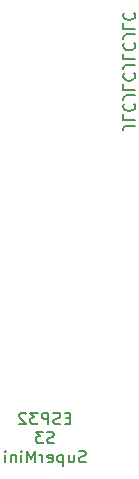
<source format=gbr>
%TF.GenerationSoftware,KiCad,Pcbnew,9.0.6*%
%TF.CreationDate,2025-11-16T14:16:20+11:00*%
%TF.ProjectId,TaikoPcb,5461696b-6f50-4636-922e-6b696361645f,rev?*%
%TF.SameCoordinates,Original*%
%TF.FileFunction,Legend,Bot*%
%TF.FilePolarity,Positive*%
%FSLAX46Y46*%
G04 Gerber Fmt 4.6, Leading zero omitted, Abs format (unit mm)*
G04 Created by KiCad (PCBNEW 9.0.6) date 2025-11-16 14:16:20*
%MOMM*%
%LPD*%
G01*
G04 APERTURE LIST*
%ADD10C,0.200000*%
G04 APERTURE END LIST*
D10*
X173632780Y-43844612D02*
X172918495Y-43844612D01*
X172918495Y-43844612D02*
X172775638Y-43892231D01*
X172775638Y-43892231D02*
X172680400Y-43987469D01*
X172680400Y-43987469D02*
X172632780Y-44130326D01*
X172632780Y-44130326D02*
X172632780Y-44225564D01*
X172632780Y-42892231D02*
X172632780Y-43368421D01*
X172632780Y-43368421D02*
X173632780Y-43368421D01*
X172728019Y-41987469D02*
X172680400Y-42035088D01*
X172680400Y-42035088D02*
X172632780Y-42177945D01*
X172632780Y-42177945D02*
X172632780Y-42273183D01*
X172632780Y-42273183D02*
X172680400Y-42416040D01*
X172680400Y-42416040D02*
X172775638Y-42511278D01*
X172775638Y-42511278D02*
X172870876Y-42558897D01*
X172870876Y-42558897D02*
X173061352Y-42606516D01*
X173061352Y-42606516D02*
X173204209Y-42606516D01*
X173204209Y-42606516D02*
X173394685Y-42558897D01*
X173394685Y-42558897D02*
X173489923Y-42511278D01*
X173489923Y-42511278D02*
X173585161Y-42416040D01*
X173585161Y-42416040D02*
X173632780Y-42273183D01*
X173632780Y-42273183D02*
X173632780Y-42177945D01*
X173632780Y-42177945D02*
X173585161Y-42035088D01*
X173585161Y-42035088D02*
X173537542Y-41987469D01*
X173632780Y-41273183D02*
X172918495Y-41273183D01*
X172918495Y-41273183D02*
X172775638Y-41320802D01*
X172775638Y-41320802D02*
X172680400Y-41416040D01*
X172680400Y-41416040D02*
X172632780Y-41558897D01*
X172632780Y-41558897D02*
X172632780Y-41654135D01*
X172632780Y-40320802D02*
X172632780Y-40796992D01*
X172632780Y-40796992D02*
X173632780Y-40796992D01*
X172728019Y-39416040D02*
X172680400Y-39463659D01*
X172680400Y-39463659D02*
X172632780Y-39606516D01*
X172632780Y-39606516D02*
X172632780Y-39701754D01*
X172632780Y-39701754D02*
X172680400Y-39844611D01*
X172680400Y-39844611D02*
X172775638Y-39939849D01*
X172775638Y-39939849D02*
X172870876Y-39987468D01*
X172870876Y-39987468D02*
X173061352Y-40035087D01*
X173061352Y-40035087D02*
X173204209Y-40035087D01*
X173204209Y-40035087D02*
X173394685Y-39987468D01*
X173394685Y-39987468D02*
X173489923Y-39939849D01*
X173489923Y-39939849D02*
X173585161Y-39844611D01*
X173585161Y-39844611D02*
X173632780Y-39701754D01*
X173632780Y-39701754D02*
X173632780Y-39606516D01*
X173632780Y-39606516D02*
X173585161Y-39463659D01*
X173585161Y-39463659D02*
X173537542Y-39416040D01*
X173632780Y-38701754D02*
X172918495Y-38701754D01*
X172918495Y-38701754D02*
X172775638Y-38749373D01*
X172775638Y-38749373D02*
X172680400Y-38844611D01*
X172680400Y-38844611D02*
X172632780Y-38987468D01*
X172632780Y-38987468D02*
X172632780Y-39082706D01*
X172632780Y-37749373D02*
X172632780Y-38225563D01*
X172632780Y-38225563D02*
X173632780Y-38225563D01*
X172728019Y-36844611D02*
X172680400Y-36892230D01*
X172680400Y-36892230D02*
X172632780Y-37035087D01*
X172632780Y-37035087D02*
X172632780Y-37130325D01*
X172632780Y-37130325D02*
X172680400Y-37273182D01*
X172680400Y-37273182D02*
X172775638Y-37368420D01*
X172775638Y-37368420D02*
X172870876Y-37416039D01*
X172870876Y-37416039D02*
X173061352Y-37463658D01*
X173061352Y-37463658D02*
X173204209Y-37463658D01*
X173204209Y-37463658D02*
X173394685Y-37416039D01*
X173394685Y-37416039D02*
X173489923Y-37368420D01*
X173489923Y-37368420D02*
X173585161Y-37273182D01*
X173585161Y-37273182D02*
X173632780Y-37130325D01*
X173632780Y-37130325D02*
X173632780Y-37035087D01*
X173632780Y-37035087D02*
X173585161Y-36892230D01*
X173585161Y-36892230D02*
X173537542Y-36844611D01*
X173632780Y-36130325D02*
X172918495Y-36130325D01*
X172918495Y-36130325D02*
X172775638Y-36177944D01*
X172775638Y-36177944D02*
X172680400Y-36273182D01*
X172680400Y-36273182D02*
X172632780Y-36416039D01*
X172632780Y-36416039D02*
X172632780Y-36511277D01*
X172632780Y-35177944D02*
X172632780Y-35654134D01*
X172632780Y-35654134D02*
X173632780Y-35654134D01*
X172728019Y-34273182D02*
X172680400Y-34320801D01*
X172680400Y-34320801D02*
X172632780Y-34463658D01*
X172632780Y-34463658D02*
X172632780Y-34558896D01*
X172632780Y-34558896D02*
X172680400Y-34701753D01*
X172680400Y-34701753D02*
X172775638Y-34796991D01*
X172775638Y-34796991D02*
X172870876Y-34844610D01*
X172870876Y-34844610D02*
X173061352Y-34892229D01*
X173061352Y-34892229D02*
X173204209Y-34892229D01*
X173204209Y-34892229D02*
X173394685Y-34844610D01*
X173394685Y-34844610D02*
X173489923Y-34796991D01*
X173489923Y-34796991D02*
X173585161Y-34701753D01*
X173585161Y-34701753D02*
X173632780Y-34558896D01*
X173632780Y-34558896D02*
X173632780Y-34463658D01*
X173632780Y-34463658D02*
X173585161Y-34320801D01*
X173585161Y-34320801D02*
X173537542Y-34273182D01*
X168142856Y-68623521D02*
X167809523Y-68623521D01*
X167666666Y-69147331D02*
X168142856Y-69147331D01*
X168142856Y-69147331D02*
X168142856Y-68147331D01*
X168142856Y-68147331D02*
X167666666Y-68147331D01*
X167285713Y-69099712D02*
X167142856Y-69147331D01*
X167142856Y-69147331D02*
X166904761Y-69147331D01*
X166904761Y-69147331D02*
X166809523Y-69099712D01*
X166809523Y-69099712D02*
X166761904Y-69052092D01*
X166761904Y-69052092D02*
X166714285Y-68956854D01*
X166714285Y-68956854D02*
X166714285Y-68861616D01*
X166714285Y-68861616D02*
X166761904Y-68766378D01*
X166761904Y-68766378D02*
X166809523Y-68718759D01*
X166809523Y-68718759D02*
X166904761Y-68671140D01*
X166904761Y-68671140D02*
X167095237Y-68623521D01*
X167095237Y-68623521D02*
X167190475Y-68575902D01*
X167190475Y-68575902D02*
X167238094Y-68528283D01*
X167238094Y-68528283D02*
X167285713Y-68433045D01*
X167285713Y-68433045D02*
X167285713Y-68337807D01*
X167285713Y-68337807D02*
X167238094Y-68242569D01*
X167238094Y-68242569D02*
X167190475Y-68194950D01*
X167190475Y-68194950D02*
X167095237Y-68147331D01*
X167095237Y-68147331D02*
X166857142Y-68147331D01*
X166857142Y-68147331D02*
X166714285Y-68194950D01*
X166285713Y-69147331D02*
X166285713Y-68147331D01*
X166285713Y-68147331D02*
X165904761Y-68147331D01*
X165904761Y-68147331D02*
X165809523Y-68194950D01*
X165809523Y-68194950D02*
X165761904Y-68242569D01*
X165761904Y-68242569D02*
X165714285Y-68337807D01*
X165714285Y-68337807D02*
X165714285Y-68480664D01*
X165714285Y-68480664D02*
X165761904Y-68575902D01*
X165761904Y-68575902D02*
X165809523Y-68623521D01*
X165809523Y-68623521D02*
X165904761Y-68671140D01*
X165904761Y-68671140D02*
X166285713Y-68671140D01*
X165380951Y-68147331D02*
X164761904Y-68147331D01*
X164761904Y-68147331D02*
X165095237Y-68528283D01*
X165095237Y-68528283D02*
X164952380Y-68528283D01*
X164952380Y-68528283D02*
X164857142Y-68575902D01*
X164857142Y-68575902D02*
X164809523Y-68623521D01*
X164809523Y-68623521D02*
X164761904Y-68718759D01*
X164761904Y-68718759D02*
X164761904Y-68956854D01*
X164761904Y-68956854D02*
X164809523Y-69052092D01*
X164809523Y-69052092D02*
X164857142Y-69099712D01*
X164857142Y-69099712D02*
X164952380Y-69147331D01*
X164952380Y-69147331D02*
X165238094Y-69147331D01*
X165238094Y-69147331D02*
X165333332Y-69099712D01*
X165333332Y-69099712D02*
X165380951Y-69052092D01*
X164380951Y-68242569D02*
X164333332Y-68194950D01*
X164333332Y-68194950D02*
X164238094Y-68147331D01*
X164238094Y-68147331D02*
X163999999Y-68147331D01*
X163999999Y-68147331D02*
X163904761Y-68194950D01*
X163904761Y-68194950D02*
X163857142Y-68242569D01*
X163857142Y-68242569D02*
X163809523Y-68337807D01*
X163809523Y-68337807D02*
X163809523Y-68433045D01*
X163809523Y-68433045D02*
X163857142Y-68575902D01*
X163857142Y-68575902D02*
X164428570Y-69147331D01*
X164428570Y-69147331D02*
X163809523Y-69147331D01*
X166761904Y-70709656D02*
X166619047Y-70757275D01*
X166619047Y-70757275D02*
X166380952Y-70757275D01*
X166380952Y-70757275D02*
X166285714Y-70709656D01*
X166285714Y-70709656D02*
X166238095Y-70662036D01*
X166238095Y-70662036D02*
X166190476Y-70566798D01*
X166190476Y-70566798D02*
X166190476Y-70471560D01*
X166190476Y-70471560D02*
X166238095Y-70376322D01*
X166238095Y-70376322D02*
X166285714Y-70328703D01*
X166285714Y-70328703D02*
X166380952Y-70281084D01*
X166380952Y-70281084D02*
X166571428Y-70233465D01*
X166571428Y-70233465D02*
X166666666Y-70185846D01*
X166666666Y-70185846D02*
X166714285Y-70138227D01*
X166714285Y-70138227D02*
X166761904Y-70042989D01*
X166761904Y-70042989D02*
X166761904Y-69947751D01*
X166761904Y-69947751D02*
X166714285Y-69852513D01*
X166714285Y-69852513D02*
X166666666Y-69804894D01*
X166666666Y-69804894D02*
X166571428Y-69757275D01*
X166571428Y-69757275D02*
X166333333Y-69757275D01*
X166333333Y-69757275D02*
X166190476Y-69804894D01*
X165857142Y-69757275D02*
X165238095Y-69757275D01*
X165238095Y-69757275D02*
X165571428Y-70138227D01*
X165571428Y-70138227D02*
X165428571Y-70138227D01*
X165428571Y-70138227D02*
X165333333Y-70185846D01*
X165333333Y-70185846D02*
X165285714Y-70233465D01*
X165285714Y-70233465D02*
X165238095Y-70328703D01*
X165238095Y-70328703D02*
X165238095Y-70566798D01*
X165238095Y-70566798D02*
X165285714Y-70662036D01*
X165285714Y-70662036D02*
X165333333Y-70709656D01*
X165333333Y-70709656D02*
X165428571Y-70757275D01*
X165428571Y-70757275D02*
X165714285Y-70757275D01*
X165714285Y-70757275D02*
X165809523Y-70709656D01*
X165809523Y-70709656D02*
X165857142Y-70662036D01*
X169428570Y-72319600D02*
X169285713Y-72367219D01*
X169285713Y-72367219D02*
X169047618Y-72367219D01*
X169047618Y-72367219D02*
X168952380Y-72319600D01*
X168952380Y-72319600D02*
X168904761Y-72271980D01*
X168904761Y-72271980D02*
X168857142Y-72176742D01*
X168857142Y-72176742D02*
X168857142Y-72081504D01*
X168857142Y-72081504D02*
X168904761Y-71986266D01*
X168904761Y-71986266D02*
X168952380Y-71938647D01*
X168952380Y-71938647D02*
X169047618Y-71891028D01*
X169047618Y-71891028D02*
X169238094Y-71843409D01*
X169238094Y-71843409D02*
X169333332Y-71795790D01*
X169333332Y-71795790D02*
X169380951Y-71748171D01*
X169380951Y-71748171D02*
X169428570Y-71652933D01*
X169428570Y-71652933D02*
X169428570Y-71557695D01*
X169428570Y-71557695D02*
X169380951Y-71462457D01*
X169380951Y-71462457D02*
X169333332Y-71414838D01*
X169333332Y-71414838D02*
X169238094Y-71367219D01*
X169238094Y-71367219D02*
X168999999Y-71367219D01*
X168999999Y-71367219D02*
X168857142Y-71414838D01*
X167999999Y-71700552D02*
X167999999Y-72367219D01*
X168428570Y-71700552D02*
X168428570Y-72224361D01*
X168428570Y-72224361D02*
X168380951Y-72319600D01*
X168380951Y-72319600D02*
X168285713Y-72367219D01*
X168285713Y-72367219D02*
X168142856Y-72367219D01*
X168142856Y-72367219D02*
X168047618Y-72319600D01*
X168047618Y-72319600D02*
X167999999Y-72271980D01*
X167523808Y-71700552D02*
X167523808Y-72700552D01*
X167523808Y-71748171D02*
X167428570Y-71700552D01*
X167428570Y-71700552D02*
X167238094Y-71700552D01*
X167238094Y-71700552D02*
X167142856Y-71748171D01*
X167142856Y-71748171D02*
X167095237Y-71795790D01*
X167095237Y-71795790D02*
X167047618Y-71891028D01*
X167047618Y-71891028D02*
X167047618Y-72176742D01*
X167047618Y-72176742D02*
X167095237Y-72271980D01*
X167095237Y-72271980D02*
X167142856Y-72319600D01*
X167142856Y-72319600D02*
X167238094Y-72367219D01*
X167238094Y-72367219D02*
X167428570Y-72367219D01*
X167428570Y-72367219D02*
X167523808Y-72319600D01*
X166238094Y-72319600D02*
X166333332Y-72367219D01*
X166333332Y-72367219D02*
X166523808Y-72367219D01*
X166523808Y-72367219D02*
X166619046Y-72319600D01*
X166619046Y-72319600D02*
X166666665Y-72224361D01*
X166666665Y-72224361D02*
X166666665Y-71843409D01*
X166666665Y-71843409D02*
X166619046Y-71748171D01*
X166619046Y-71748171D02*
X166523808Y-71700552D01*
X166523808Y-71700552D02*
X166333332Y-71700552D01*
X166333332Y-71700552D02*
X166238094Y-71748171D01*
X166238094Y-71748171D02*
X166190475Y-71843409D01*
X166190475Y-71843409D02*
X166190475Y-71938647D01*
X166190475Y-71938647D02*
X166666665Y-72033885D01*
X165761903Y-72367219D02*
X165761903Y-71700552D01*
X165761903Y-71891028D02*
X165714284Y-71795790D01*
X165714284Y-71795790D02*
X165666665Y-71748171D01*
X165666665Y-71748171D02*
X165571427Y-71700552D01*
X165571427Y-71700552D02*
X165476189Y-71700552D01*
X165142855Y-72367219D02*
X165142855Y-71367219D01*
X165142855Y-71367219D02*
X164809522Y-72081504D01*
X164809522Y-72081504D02*
X164476189Y-71367219D01*
X164476189Y-71367219D02*
X164476189Y-72367219D01*
X163999998Y-72367219D02*
X163999998Y-71700552D01*
X163999998Y-71367219D02*
X164047617Y-71414838D01*
X164047617Y-71414838D02*
X163999998Y-71462457D01*
X163999998Y-71462457D02*
X163952379Y-71414838D01*
X163952379Y-71414838D02*
X163999998Y-71367219D01*
X163999998Y-71367219D02*
X163999998Y-71462457D01*
X163523808Y-71700552D02*
X163523808Y-72367219D01*
X163523808Y-71795790D02*
X163476189Y-71748171D01*
X163476189Y-71748171D02*
X163380951Y-71700552D01*
X163380951Y-71700552D02*
X163238094Y-71700552D01*
X163238094Y-71700552D02*
X163142856Y-71748171D01*
X163142856Y-71748171D02*
X163095237Y-71843409D01*
X163095237Y-71843409D02*
X163095237Y-72367219D01*
X162619046Y-72367219D02*
X162619046Y-71700552D01*
X162619046Y-71367219D02*
X162666665Y-71414838D01*
X162666665Y-71414838D02*
X162619046Y-71462457D01*
X162619046Y-71462457D02*
X162571427Y-71414838D01*
X162571427Y-71414838D02*
X162619046Y-71367219D01*
X162619046Y-71367219D02*
X162619046Y-71462457D01*
M02*

</source>
